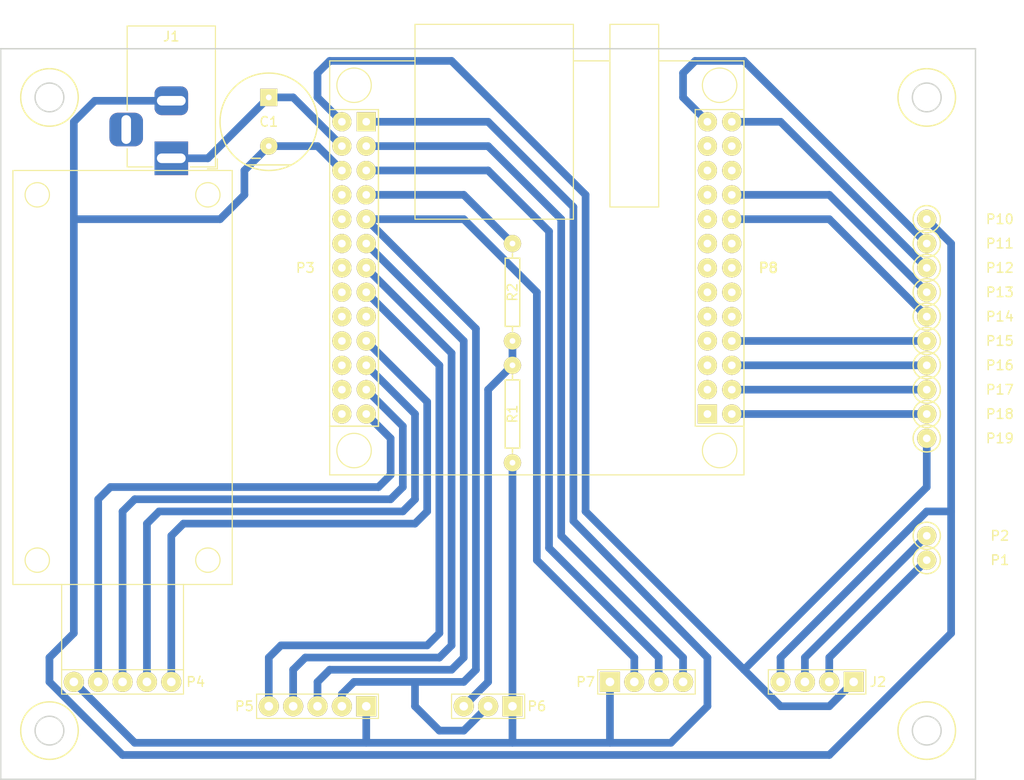
<source format=kicad_pcb>
(kicad_pcb (version 20171130) (host pcbnew 5.1.7+dfsg1-1~bpo10+1)

  (general
    (thickness 1.6)
    (drawings 2)
    (tracks 141)
    (zones 0)
    (modules 28)
    (nets 27)
  )

  (page A4)
  (layers
    (0 F.Cu signal)
    (31 B.Cu signal)
    (32 B.Adhes user)
    (33 F.Adhes user)
    (34 B.Paste user)
    (35 F.Paste user)
    (36 B.SilkS user)
    (37 F.SilkS user)
    (38 B.Mask user)
    (39 F.Mask user)
    (40 Dwgs.User user)
    (41 Cmts.User user)
    (42 Eco1.User user)
    (43 Eco2.User user)
    (44 Edge.Cuts user)
    (45 Margin user)
    (46 B.CrtYd user)
    (47 F.CrtYd user)
    (48 B.Fab user)
    (49 F.Fab user)
  )

  (setup
    (last_trace_width 0.8)
    (user_trace_width 0.8)
    (trace_clearance 0.2)
    (zone_clearance 0.508)
    (zone_45_only no)
    (trace_min 0.2)
    (via_size 0.8)
    (via_drill 0.4)
    (via_min_size 0.4)
    (via_min_drill 0.3)
    (uvia_size 0.3)
    (uvia_drill 0.1)
    (uvias_allowed no)
    (uvia_min_size 0.2)
    (uvia_min_drill 0.1)
    (edge_width 0.05)
    (segment_width 0.2)
    (pcb_text_width 0.3)
    (pcb_text_size 1.5 1.5)
    (mod_edge_width 0.12)
    (mod_text_size 1 1)
    (mod_text_width 0.15)
    (pad_size 1.524 1.524)
    (pad_drill 0.762)
    (pad_to_mask_clearance 0.05)
    (aux_axis_origin 0 0)
    (visible_elements FFFFFF7F)
    (pcbplotparams
      (layerselection 0x010fc_ffffffff)
      (usegerberextensions false)
      (usegerberattributes true)
      (usegerberadvancedattributes true)
      (creategerberjobfile true)
      (excludeedgelayer true)
      (linewidth 0.100000)
      (plotframeref false)
      (viasonmask false)
      (mode 1)
      (useauxorigin false)
      (hpglpennumber 1)
      (hpglpenspeed 20)
      (hpglpendiameter 15.000000)
      (psnegative false)
      (psa4output false)
      (plotreference true)
      (plotvalue true)
      (plotinvisibletext false)
      (padsonsilk false)
      (subtractmaskfromsilk false)
      (outputformat 1)
      (mirror false)
      (drillshape 1)
      (scaleselection 1)
      (outputdirectory ""))
  )

  (net 0 "")
  (net 1 "Net-(P3-Pad3)")
  (net 2 "Net-(J2-Pad3)")
  (net 3 "Net-(J2-Pad2)")
  (net 4 "Net-(P3-Pad7)")
  (net 5 "Net-(P3-Pad19)")
  (net 6 "Net-(P3-Pad11)")
  (net 7 "Net-(P3-Pad21)")
  (net 8 "Net-(P3-Pad23)")
  (net 9 "Net-(P3-Pad5)")
  (net 10 "Net-(P3-Pad13)")
  (net 11 "Net-(P3-Pad15)")
  (net 12 "Net-(P3-Pad25)")
  (net 13 "Net-(P6-Pad3)")
  (net 14 "Net-(P14-Pad1)")
  (net 15 "Net-(P13-Pad1)")
  (net 16 "Net-(P16-Pad1)")
  (net 17 "Net-(P15-Pad1)")
  (net 18 "Net-(P18-Pad1)")
  (net 19 "Net-(P17-Pad1)")
  (net 20 "Net-(P11-Pad1)")
  (net 21 "Net-(P12-Pad1)")
  (net 22 "Net-(P3-Pad9)")
  (net 23 "Net-(C1-Pad1)")
  (net 24 "Net-(C1-Pad2)")
  (net 25 "Net-(P3-Pad1)")
  (net 26 "Net-(J2-Pad1)")

  (net_class Default "This is the default net class."
    (clearance 0.2)
    (trace_width 0.25)
    (via_dia 0.8)
    (via_drill 0.4)
    (uvia_dia 0.3)
    (uvia_drill 0.1)
    (add_net "Net-(C1-Pad1)")
    (add_net "Net-(C1-Pad2)")
    (add_net "Net-(J2-Pad1)")
    (add_net "Net-(J2-Pad2)")
    (add_net "Net-(J2-Pad3)")
    (add_net "Net-(P11-Pad1)")
    (add_net "Net-(P12-Pad1)")
    (add_net "Net-(P13-Pad1)")
    (add_net "Net-(P14-Pad1)")
    (add_net "Net-(P15-Pad1)")
    (add_net "Net-(P16-Pad1)")
    (add_net "Net-(P17-Pad1)")
    (add_net "Net-(P18-Pad1)")
    (add_net "Net-(P3-Pad1)")
    (add_net "Net-(P3-Pad11)")
    (add_net "Net-(P3-Pad13)")
    (add_net "Net-(P3-Pad15)")
    (add_net "Net-(P3-Pad19)")
    (add_net "Net-(P3-Pad21)")
    (add_net "Net-(P3-Pad23)")
    (add_net "Net-(P3-Pad25)")
    (add_net "Net-(P3-Pad3)")
    (add_net "Net-(P3-Pad5)")
    (add_net "Net-(P3-Pad7)")
    (add_net "Net-(P3-Pad9)")
    (add_net "Net-(P6-Pad3)")
  )

  (module kicad:PLATINE_100x75 (layer F.Cu) (tedit 5C4B7545) (tstamp 5F72EF06)
    (at 96.52 121.92)
    (fp_text reference GR** (at -45.72 -33.02) (layer F.SilkS) hide
      (effects (font (size 1 1) (thickness 0.15)))
    )
    (fp_text value PLATINE_100x75 (at -43.18 -35.56) (layer F.Fab) hide
      (effects (font (size 1 1) (thickness 0.15)))
    )
    (fp_line (start 50.8 38.1) (end -50.8 38.1) (layer Edge.Cuts) (width 0.15))
    (fp_line (start -50.8 38.1) (end -50.8 -38.1) (layer Edge.Cuts) (width 0.15))
    (fp_line (start 50.8 -38.1) (end 50.8 38.1) (layer Edge.Cuts) (width 0.15))
    (fp_line (start -50.8 -38.1) (end 50.8 -38.1) (layer Edge.Cuts) (width 0.15))
  )

  (module kicad:ENTRETOISE (layer F.Cu) (tedit 5F5F89AC) (tstamp 5F7069BD)
    (at 50.8 88.9)
    (fp_text reference REF** (at 0 -3.81) (layer F.SilkS) hide
      (effects (font (size 1 1) (thickness 0.15)))
    )
    (fp_text value ENTRETOISE (at 0 3.81) (layer F.Fab) hide
      (effects (font (size 1 1) (thickness 0.15)))
    )
    (fp_circle (center 0 0) (end 3 0) (layer F.SilkS) (width 0.15))
    (fp_circle (center 0 0) (end 1.5 0) (layer Edge.Cuts) (width 0.15))
  )

  (module kicad:ENTRETOISE (layer F.Cu) (tedit 5F5F89AC) (tstamp 5F7061B5)
    (at 142.24 88.9)
    (fp_text reference REF** (at 0 -3.81) (layer F.SilkS) hide
      (effects (font (size 1 1) (thickness 0.15)))
    )
    (fp_text value ENTRETOISE (at 0 3.81) (layer F.Fab) hide
      (effects (font (size 1 1) (thickness 0.15)))
    )
    (fp_circle (center 0 0) (end 3 0) (layer F.SilkS) (width 0.15))
    (fp_circle (center 0 0) (end 1.5 0) (layer Edge.Cuts) (width 0.15))
  )

  (module kicad:ENTRETOISE (layer F.Cu) (tedit 5F5F89AC) (tstamp 5F7061B5)
    (at 142.24 154.94)
    (fp_text reference REF** (at 0 -3.81) (layer F.SilkS) hide
      (effects (font (size 1 1) (thickness 0.15)))
    )
    (fp_text value ENTRETOISE (at 0 3.81) (layer F.Fab) hide
      (effects (font (size 1 1) (thickness 0.15)))
    )
    (fp_circle (center 0 0) (end 3 0) (layer F.SilkS) (width 0.15))
    (fp_circle (center 0 0) (end 1.5 0) (layer Edge.Cuts) (width 0.15))
  )

  (module kicad:ENTRETOISE (layer F.Cu) (tedit 5F5F89AC) (tstamp 5F70619E)
    (at 50.8 154.94)
    (fp_text reference REF** (at 0 -3.81) (layer F.SilkS) hide
      (effects (font (size 1 1) (thickness 0.15)))
    )
    (fp_text value ENTRETOISE (at 0 3.81) (layer F.Fab) hide
      (effects (font (size 1 1) (thickness 0.15)))
    )
    (fp_circle (center 0 0) (end 3 0) (layer F.SilkS) (width 0.15))
    (fp_circle (center 0 0) (end 1.5 0) (layer Edge.Cuts) (width 0.15))
  )

  (module kicad:ROCKPI_S (layer F.Cu) (tedit 5F705979) (tstamp 5F71ED44)
    (at 101.6 106.68)
    (path /5F55F082)
    (fp_text reference P3 (at -24.13 0) (layer F.SilkS)
      (effects (font (size 1 1) (thickness 0.15)))
    )
    (fp_text value ROCKPI_S (at 11.43 20.32) (layer F.Fab)
      (effects (font (size 1 1) (thickness 0.15)))
    )
    (fp_line (start 21.59 -21.59) (end 21.59 21.59) (layer F.SilkS) (width 0.12))
    (fp_line (start 12.7 -21.59) (end 21.59 -21.59) (layer F.SilkS) (width 0.12))
    (fp_line (start 7.62 -21.59) (end 3.81 -21.59) (layer F.SilkS) (width 0.12))
    (fp_line (start -21.59 -21.59) (end -12.7 -21.59) (layer F.SilkS) (width 0.12))
    (fp_line (start 3.81 -5.08) (end -12.7 -5.08) (layer F.SilkS) (width 0.12))
    (fp_line (start -12.7 -25.4) (end 3.81 -25.4) (layer F.SilkS) (width 0.12))
    (fp_line (start 3.81 -25.4) (end 3.81 -5.08) (layer F.SilkS) (width 0.12))
    (fp_line (start 7.62 -25.4) (end 12.7 -25.4) (layer F.SilkS) (width 0.12))
    (fp_line (start 7.62 -6.35) (end 7.62 -25.4) (layer F.SilkS) (width 0.12))
    (fp_line (start 12.7 -6.35) (end 7.62 -6.35) (layer F.SilkS) (width 0.12))
    (fp_line (start 12.7 -25.4) (end 12.7 -6.35) (layer F.SilkS) (width 0.12))
    (fp_circle (center 19.05 19.05) (end 17.78 20.32) (layer F.SilkS) (width 0.12))
    (fp_circle (center 19.05 -19.05) (end 20.32 -17.78) (layer F.SilkS) (width 0.12))
    (fp_circle (center -19.05 -19.05) (end -17.78 -17.78) (layer F.SilkS) (width 0.12))
    (fp_circle (center -19.05 19.05) (end -17.78 20.32) (layer F.SilkS) (width 0.12))
    (fp_line (start -21.59 16.51) (end -21.59 21.59) (layer F.SilkS) (width 0.12))
    (fp_line (start -21.59 -21.59) (end -21.59 -16.51) (layer F.SilkS) (width 0.12))
    (fp_line (start -21.59 21.59) (end 21.59 21.59) (layer F.SilkS) (width 0.12))
    (fp_line (start -12.7 -5.08) (end -12.7 -25.4) (layer F.SilkS) (width 0.12))
    (fp_line (start -16.51 -16.51) (end -16.51 16.51) (layer F.SilkS) (width 0.15))
    (fp_line (start -16.51 16.51) (end -21.59 16.51) (layer F.SilkS) (width 0.15))
    (fp_line (start -16.51 -16.51) (end -21.59 -16.51) (layer F.SilkS) (width 0.12))
    (fp_line (start -21.59 -16.51) (end -21.59 16.51) (layer F.SilkS) (width 0.12))
    (pad 10 thru_hole circle (at -20.32 -5.08 270) (size 2 2) (drill 0.8) (layers *.Cu *.Mask F.SilkS))
    (pad 5 thru_hole circle (at -17.78 -10.16 270) (size 2 2) (drill 0.8) (layers *.Cu *.Mask F.SilkS)
      (net 9 "Net-(P3-Pad5)"))
    (pad 25 thru_hole circle (at -17.78 15.24 270) (size 1.99898 1.99898) (drill 0.8001) (layers *.Cu *.Mask F.SilkS)
      (net 12 "Net-(P3-Pad25)"))
    (pad 20 thru_hole circle (at -20.32 7.62 270) (size 1.99898 1.99898) (drill 0.8001) (layers *.Cu *.Mask F.SilkS))
    (pad 23 thru_hole circle (at -17.78 12.7 270) (size 1.99898 1.99898) (drill 0.8001) (layers *.Cu *.Mask F.SilkS)
      (net 8 "Net-(P3-Pad23)"))
    (pad 8 thru_hole circle (at -20.32 -7.62 270) (size 2 2) (drill 0.8) (layers *.Cu *.Mask F.SilkS))
    (pad 14 thru_hole circle (at -20.32 0 270) (size 1.99898 1.99898) (drill 0.8001) (layers *.Cu *.Mask F.SilkS))
    (pad 26 thru_hole circle (at -20.32 15.24 270) (size 1.99898 1.99898) (drill 0.8001) (layers *.Cu *.Mask F.SilkS))
    (pad 22 thru_hole circle (at -20.32 10.16 270) (size 1.99898 1.99898) (drill 0.8001) (layers *.Cu *.Mask F.SilkS))
    (pad 21 thru_hole circle (at -17.78 10.16 270) (size 1.99898 1.99898) (drill 0.8001) (layers *.Cu *.Mask F.SilkS)
      (net 7 "Net-(P3-Pad21)"))
    (pad 15 thru_hole circle (at -17.78 2.54 270) (size 1.99898 1.99898) (drill 0.8001) (layers *.Cu *.Mask F.SilkS)
      (net 11 "Net-(P3-Pad15)"))
    (pad 11 thru_hole circle (at -17.78 -2.54 270) (size 1.99898 1.99898) (drill 0.8001) (layers *.Cu *.Mask F.SilkS)
      (net 6 "Net-(P3-Pad11)"))
    (pad 9 thru_hole circle (at -17.78 -5.08 270) (size 2 2) (drill 0.8) (layers *.Cu *.Mask F.SilkS)
      (net 22 "Net-(P3-Pad9)"))
    (pad 1 thru_hole rect (at -17.78 -15.24 270) (size 2 2) (drill 0.8) (layers *.Cu *.Mask F.SilkS)
      (net 25 "Net-(P3-Pad1)"))
    (pad 12 thru_hole circle (at -20.32 -2.54 270) (size 1.99898 1.99898) (drill 0.8001) (layers *.Cu *.Mask F.SilkS))
    (pad 13 thru_hole circle (at -17.78 0 270) (size 1.99898 1.99898) (drill 0.8001) (layers *.Cu *.Mask F.SilkS)
      (net 10 "Net-(P3-Pad13)"))
    (pad 16 thru_hole circle (at -20.32 2.54 270) (size 1.99898 1.99898) (drill 0.8001) (layers *.Cu *.Mask F.SilkS))
    (pad 3 thru_hole circle (at -17.78 -12.7 270) (size 2 2) (drill 0.8) (layers *.Cu *.Mask F.SilkS)
      (net 1 "Net-(P3-Pad3)"))
    (pad 4 thru_hole circle (at -20.32 -12.7 270) (size 2 2) (drill 0.8) (layers *.Cu *.Mask F.SilkS)
      (net 23 "Net-(C1-Pad1)"))
    (pad 2 thru_hole circle (at -20.32 -15.24 270) (size 2 2) (drill 0.8) (layers *.Cu *.Mask F.SilkS)
      (net 26 "Net-(J2-Pad1)"))
    (pad 6 thru_hole circle (at -20.32 -10.16 270) (size 2 2) (drill 0.8) (layers *.Cu *.Mask F.SilkS)
      (net 24 "Net-(C1-Pad2)"))
    (pad 19 thru_hole circle (at -17.78 7.62 270) (size 1.99898 1.99898) (drill 0.8001) (layers *.Cu *.Mask F.SilkS)
      (net 5 "Net-(P3-Pad19)"))
    (pad 24 thru_hole circle (at -20.32 12.7 270) (size 1.99898 1.99898) (drill 0.8001) (layers *.Cu *.Mask F.SilkS))
    (pad 17 thru_hole circle (at -17.78 5.08) (size 1.99898 1.99898) (drill 0.8001) (layers *.Cu *.Mask F.SilkS))
    (pad 7 thru_hole circle (at -17.78 -7.62 270) (size 2 2) (drill 0.8) (layers *.Cu *.Mask F.SilkS)
      (net 4 "Net-(P3-Pad7)"))
    (pad 18 thru_hole circle (at -20.32 5.08 270) (size 1.99898 1.99898) (drill 0.8001) (layers *.Cu *.Mask F.SilkS))
  )

  (module kicad:BarrelJack_Horizontal (layer F.Cu) (tedit 5F6E462E) (tstamp 5F73330B)
    (at 63.5 95.25 270)
    (descr "DC Barrel Jack")
    (tags "Power Jack")
    (path /5F6BA4FC)
    (fp_text reference J1 (at -12.7 0 180) (layer F.SilkS)
      (effects (font (size 1 1) (thickness 0.15)))
    )
    (fp_text value Conn_01x02 (at -6.2 -5.5 90) (layer F.Fab) hide
      (effects (font (size 1 1) (thickness 0.15)))
    )
    (fp_line (start -0.003213 -4.505425) (end 0.8 -3.75) (layer F.Fab) (width 0.1))
    (fp_line (start 1.1 -3.75) (end 1.1 -4.8) (layer F.SilkS) (width 0.12))
    (fp_line (start 0.05 -4.8) (end 1.1 -4.8) (layer F.SilkS) (width 0.12))
    (fp_line (start 1 -4.5) (end 1 -4.75) (layer F.CrtYd) (width 0.05))
    (fp_line (start 1 -4.75) (end -14 -4.75) (layer F.CrtYd) (width 0.05))
    (fp_line (start 1 -4.5) (end 1 -2) (layer F.CrtYd) (width 0.05))
    (fp_line (start 1 -2) (end 2 -2) (layer F.CrtYd) (width 0.05))
    (fp_line (start 2 -2) (end 2 2) (layer F.CrtYd) (width 0.05))
    (fp_line (start 2 2) (end 1 2) (layer F.CrtYd) (width 0.05))
    (fp_line (start 1 2) (end 1 4.75) (layer F.CrtYd) (width 0.05))
    (fp_line (start 1 4.75) (end -1 4.75) (layer F.CrtYd) (width 0.05))
    (fp_line (start -1 4.75) (end -1 6.75) (layer F.CrtYd) (width 0.05))
    (fp_line (start -1 6.75) (end -5 6.75) (layer F.CrtYd) (width 0.05))
    (fp_line (start -5 6.75) (end -5 4.75) (layer F.CrtYd) (width 0.05))
    (fp_line (start -5 4.75) (end -14 4.75) (layer F.CrtYd) (width 0.05))
    (fp_line (start -14 4.75) (end -14 -4.75) (layer F.CrtYd) (width 0.05))
    (fp_line (start -5 4.6) (end -13.8 4.6) (layer F.SilkS) (width 0.12))
    (fp_line (start -13.8 4.6) (end -13.8 -4.6) (layer F.SilkS) (width 0.12))
    (fp_line (start 0.9 1.9) (end 0.9 4.6) (layer F.SilkS) (width 0.12))
    (fp_line (start 0.9 4.6) (end -1 4.6) (layer F.SilkS) (width 0.12))
    (fp_line (start -13.8 -4.6) (end 0.9 -4.6) (layer F.SilkS) (width 0.12))
    (fp_line (start 0.9 -4.6) (end 0.9 -2) (layer F.SilkS) (width 0.12))
    (fp_line (start -10.2 -4.5) (end -10.2 4.5) (layer F.Fab) (width 0.1))
    (fp_line (start -13.7 -4.5) (end -13.7 4.5) (layer F.Fab) (width 0.1))
    (fp_line (start -13.7 4.5) (end 0.8 4.5) (layer F.Fab) (width 0.1))
    (fp_line (start 0.8 4.5) (end 0.8 -3.75) (layer F.Fab) (width 0.1))
    (fp_line (start 0 -4.5) (end -13.7 -4.5) (layer F.Fab) (width 0.1))
    (fp_text user %R (at -3 -2.95 90) (layer F.Fab) hide
      (effects (font (size 1 1) (thickness 0.15)))
    )
    (pad 3 thru_hole roundrect (at -3 4.7 270) (size 3.5 3.5) (drill oval 3 1) (layers *.Cu *.Mask) (roundrect_rratio 0.25))
    (pad 2 thru_hole roundrect (at -6 0 270) (size 3 3.5) (drill oval 1 3) (layers *.Cu *.Mask) (roundrect_rratio 0.25)
      (net 24 "Net-(C1-Pad2)"))
    (pad 1 thru_hole rect (at 0 0 270) (size 3.5 3.5) (drill oval 1 3) (layers *.Cu *.Mask)
      (net 23 "Net-(C1-Pad1)"))
    (model ${KISYS3DMOD}/Connector_BarrelJack.3dshapes/BarrelJack_Horizontal.wrl
      (at (xyz 0 0 0))
      (scale (xyz 1 1 1))
      (rotate (xyz 0 0 0))
    )
  )

  (module kicad:R4 (layer F.Cu) (tedit 5C4E0F96) (tstamp 5F70BAD1)
    (at 99.06 121.92 270)
    (descr "Resitance 4 pas")
    (tags R)
    (path /5F56B871)
    (autoplace_cost180 10)
    (fp_text reference R1 (at 0 0 90) (layer F.SilkS)
      (effects (font (size 1 1) (thickness 0.15)))
    )
    (fp_text value R (at -3.048 0 90) (layer F.SilkS) hide
      (effects (font (size 1 1) (thickness 0.15)))
    )
    (fp_line (start 3.556 -0.762) (end 3.556 0.762) (layer F.SilkS) (width 0.15))
    (fp_line (start -3.556 -0.762) (end -3.556 0.762) (layer F.SilkS) (width 0.15))
    (fp_line (start -3.556 0) (end -4.064 0) (layer F.SilkS) (width 0.15))
    (fp_line (start 3.556 0) (end 4.064 0) (layer F.SilkS) (width 0.15))
    (fp_line (start -3.556 0.762) (end 3.556 0.762) (layer F.SilkS) (width 0.15))
    (fp_line (start -3.556 -0.762) (end 3.556 -0.762) (layer F.SilkS) (width 0.15))
    (pad 1 thru_hole circle (at -5.08 0 270) (size 1.80086 1.80086) (drill 0.59944) (layers *.Cu *.Mask F.SilkS)
      (net 13 "Net-(P6-Pad3)"))
    (pad 2 thru_hole circle (at 5.08 0 270) (size 1.80086 1.80086) (drill 0.59944) (layers *.Cu *.Mask F.SilkS)
      (net 25 "Net-(P3-Pad1)"))
    (model discret/resistor.wrl
      (at (xyz 0 0 0))
      (scale (xyz 0.4 0.4 0.4))
      (rotate (xyz 0 0 0))
    )
  )

  (module kicad:R4 (layer F.Cu) (tedit 5C4E0F96) (tstamp 5F6CB8F3)
    (at 99.06 109.22 270)
    (descr "Resitance 4 pas")
    (tags R)
    (path /5F570E47)
    (autoplace_cost180 10)
    (fp_text reference R2 (at 0 0 90) (layer F.SilkS)
      (effects (font (size 1 1) (thickness 0.15)))
    )
    (fp_text value R (at -3.048 0 90) (layer F.SilkS) hide
      (effects (font (size 1 1) (thickness 0.15)))
    )
    (fp_line (start 3.556 -0.762) (end 3.556 0.762) (layer F.SilkS) (width 0.15))
    (fp_line (start -3.556 -0.762) (end -3.556 0.762) (layer F.SilkS) (width 0.15))
    (fp_line (start -3.556 0) (end -4.064 0) (layer F.SilkS) (width 0.15))
    (fp_line (start 3.556 0) (end 4.064 0) (layer F.SilkS) (width 0.15))
    (fp_line (start -3.556 0.762) (end 3.556 0.762) (layer F.SilkS) (width 0.15))
    (fp_line (start -3.556 -0.762) (end 3.556 -0.762) (layer F.SilkS) (width 0.15))
    (pad 1 thru_hole circle (at -5.08 0 270) (size 1.80086 1.80086) (drill 0.59944) (layers *.Cu *.Mask F.SilkS)
      (net 4 "Net-(P3-Pad7)"))
    (pad 2 thru_hole circle (at 5.08 0 270) (size 1.80086 1.80086) (drill 0.59944) (layers *.Cu *.Mask F.SilkS)
      (net 13 "Net-(P6-Pad3)"))
    (model discret/resistor.wrl
      (at (xyz 0 0 0))
      (scale (xyz 0.4 0.4 0.4))
      (rotate (xyz 0 0 0))
    )
  )

  (module kicad:PIN_ARRAY_4X1 (layer F.Cu) (tedit 5F6BAA09) (tstamp 5F71EDF5)
    (at 130.81 149.86 180)
    (descr "Connecteur 6 pins")
    (tags "CONN DEV")
    (path /5F6E7BA3)
    (fp_text reference J2 (at -6.35 0 180) (layer F.SilkS)
      (effects (font (size 1 1) (thickness 0.15)))
    )
    (fp_text value USB_2 (at 0 2.159) (layer F.SilkS) hide
      (effects (font (size 1 1) (thickness 0.15)))
    )
    (fp_line (start 5.08 1.27) (end -5.08 1.27) (layer F.SilkS) (width 0.12))
    (fp_line (start 5.08 -1.27) (end 5.08 1.27) (layer F.SilkS) (width 0.12))
    (fp_line (start -5.08 -1.27) (end 5.08 -1.27) (layer F.SilkS) (width 0.12))
    (fp_line (start -5.08 -1.27) (end -5.08 1.27) (layer F.SilkS) (width 0.12))
    (pad 4 thru_hole circle (at 3.81 0 180) (size 2.10058 2.10058) (drill 0.89916) (layers *.Cu *.Mask F.SilkS)
      (net 24 "Net-(C1-Pad2)"))
    (pad 3 thru_hole circle (at 1.27 0 180) (size 2.10058 2.10058) (drill 0.89916) (layers *.Cu *.Mask F.SilkS)
      (net 2 "Net-(J2-Pad3)"))
    (pad 2 thru_hole circle (at -1.27 0 180) (size 2.10058 2.10058) (drill 0.89916) (layers *.Cu *.Mask F.SilkS)
      (net 3 "Net-(J2-Pad2)"))
    (pad 1 thru_hole rect (at -3.81 0 180) (size 2.10058 2.10058) (drill 0.89916) (layers *.Cu *.Mask F.SilkS)
      (net 26 "Net-(J2-Pad1)"))
    (model pin_array/pins_array_6x1.wrl
      (at (xyz 0 0 0))
      (scale (xyz 1 1 1))
      (rotate (xyz 0 0 0))
    )
  )

  (module kicad:PIN_ARRAY_1X1 (layer F.Cu) (tedit 5C4E0FE2) (tstamp 5F6DF679)
    (at 142.24 137.16)
    (descr "module 1 pin (ou trou mecanique de percage)")
    (tags DEV)
    (path /5F6D00D0)
    (fp_text reference P1 (at 7.62 0) (layer F.SilkS)
      (effects (font (size 1 1) (thickness 0.15)))
    )
    (fp_text value CONN_1 (at 0 2.794) (layer F.SilkS) hide
      (effects (font (size 1.016 1.016) (thickness 0.254)))
    )
    (fp_circle (center 0 0) (end 1.27 0.635) (layer F.SilkS) (width 0.15))
    (pad 1 thru_hole circle (at 0 0) (size 2 2) (drill 0.8) (layers *.Cu *.Mask F.SilkS)
      (net 3 "Net-(J2-Pad2)"))
  )

  (module kicad:PIN_ARRAY_1X1 (layer F.Cu) (tedit 5C4E0FE2) (tstamp 5F71EB30)
    (at 142.24 134.62)
    (descr "module 1 pin (ou trou mecanique de percage)")
    (tags DEV)
    (path /5F6D0C8E)
    (fp_text reference P2 (at 7.62 0) (layer F.SilkS)
      (effects (font (size 1 1) (thickness 0.15)))
    )
    (fp_text value CONN_1 (at 0 2.794) (layer F.SilkS) hide
      (effects (font (size 1.016 1.016) (thickness 0.254)))
    )
    (fp_circle (center 0 0) (end 1.27 0.635) (layer F.SilkS) (width 0.15))
    (pad 1 thru_hole circle (at 0 0) (size 2 2) (drill 0.8) (layers *.Cu *.Mask F.SilkS)
      (net 2 "Net-(J2-Pad3)"))
  )

  (module kicad:PIN_ARRAY_5X1 (layer F.Cu) (tedit 5F6BA920) (tstamp 5F6DEF36)
    (at 78.74 152.4 180)
    (descr "Connecteur 6 pins")
    (tags "CONN DEV")
    (path /5F6E0DED)
    (fp_text reference P5 (at 7.62 0 180) (layer F.SilkS)
      (effects (font (size 1 1) (thickness 0.15)))
    )
    (fp_text value CONN_5 (at 0 2.159) (layer F.SilkS) hide
      (effects (font (size 1 1) (thickness 0.15)))
    )
    (fp_line (start 6.35 -1.27) (end -6.35 -1.27) (layer F.SilkS) (width 0.12))
    (fp_line (start -6.35 -1.27) (end -6.35 1.27) (layer F.SilkS) (width 0.12))
    (fp_line (start -6.35 1.27) (end 6.35 1.27) (layer F.SilkS) (width 0.12))
    (fp_line (start 6.35 1.27) (end 6.35 -1.27) (layer F.SilkS) (width 0.12))
    (pad 1 thru_hole rect (at -5.08 0 180) (size 2.10058 2.10058) (drill 0.89916) (layers *.Cu *.Mask F.SilkS)
      (net 25 "Net-(P3-Pad1)"))
    (pad 2 thru_hole circle (at -2.54 0 180) (size 2.10058 2.10058) (drill 0.89916) (layers *.Cu *.Mask F.SilkS)
      (net 22 "Net-(P3-Pad9)"))
    (pad 3 thru_hole circle (at 0 0 180) (size 2.10058 2.10058) (drill 0.89916) (layers *.Cu *.Mask F.SilkS)
      (net 6 "Net-(P3-Pad11)"))
    (pad 4 thru_hole circle (at 2.54 0 180) (size 2.10058 2.10058) (drill 0.89916) (layers *.Cu *.Mask F.SilkS)
      (net 10 "Net-(P3-Pad13)"))
    (pad 5 thru_hole circle (at 5.08 0 180) (size 2.10058 2.10058) (drill 0.89916) (layers *.Cu *.Mask F.SilkS)
      (net 11 "Net-(P3-Pad15)"))
    (model pin_array/pins_array_6x1.wrl
      (at (xyz 0 0 0))
      (scale (xyz 1 1 1))
      (rotate (xyz 0 0 0))
    )
  )

  (module kicad:PIN_ARRAY_3X1 (layer F.Cu) (tedit 5F6CB21D) (tstamp 5F7092BE)
    (at 96.52 152.4 180)
    (descr "Connecteur 6 pins")
    (tags "CONN DEV")
    (path /5F57348B)
    (fp_text reference P6 (at -5.08 0 180) (layer F.SilkS)
      (effects (font (size 1 1) (thickness 0.15)))
    )
    (fp_text value CONN_3 (at 0 2.159) (layer F.SilkS) hide
      (effects (font (size 1 1) (thickness 0.15)))
    )
    (fp_line (start -3.81 -1.27) (end 3.81 -1.27) (layer F.SilkS) (width 0.12))
    (fp_line (start 3.81 -1.27) (end 3.81 1.27) (layer F.SilkS) (width 0.12))
    (fp_line (start 3.81 1.27) (end -3.81 1.27) (layer F.SilkS) (width 0.12))
    (fp_line (start -3.81 1.27) (end -3.81 -1.27) (layer F.SilkS) (width 0.12))
    (pad 1 thru_hole rect (at -2.54 0 180) (size 2.10058 2.10058) (drill 0.89916) (layers *.Cu *.Mask F.SilkS)
      (net 25 "Net-(P3-Pad1)"))
    (pad 2 thru_hole circle (at 0 0 180) (size 2.10058 2.10058) (drill 0.89916) (layers *.Cu *.Mask F.SilkS)
      (net 22 "Net-(P3-Pad9)"))
    (pad 3 thru_hole circle (at 2.54 0 180) (size 2.10058 2.10058) (drill 0.89916) (layers *.Cu *.Mask F.SilkS)
      (net 13 "Net-(P6-Pad3)"))
    (model pin_array/pins_array_6x1.wrl
      (at (xyz 0 0 0))
      (scale (xyz 1 1 1))
      (rotate (xyz 0 0 0))
    )
  )

  (module kicad:PIN_ARRAY_4X1 (layer F.Cu) (tedit 5F6BAA09) (tstamp 5F6DF270)
    (at 113.03 149.86)
    (descr "Connecteur 6 pins")
    (tags "CONN DEV")
    (path /5F568E27)
    (fp_text reference P7 (at -6.35 0 180) (layer F.SilkS)
      (effects (font (size 1 1) (thickness 0.15)))
    )
    (fp_text value CONN_4X1 (at 0 2.159) (layer F.SilkS) hide
      (effects (font (size 1 1) (thickness 0.15)))
    )
    (fp_line (start -5.08 -1.27) (end -5.08 1.27) (layer F.SilkS) (width 0.12))
    (fp_line (start -5.08 -1.27) (end 5.08 -1.27) (layer F.SilkS) (width 0.12))
    (fp_line (start 5.08 -1.27) (end 5.08 1.27) (layer F.SilkS) (width 0.12))
    (fp_line (start 5.08 1.27) (end -5.08 1.27) (layer F.SilkS) (width 0.12))
    (pad 1 thru_hole rect (at -3.81 0) (size 2.10058 2.10058) (drill 0.89916) (layers *.Cu *.Mask F.SilkS)
      (net 25 "Net-(P3-Pad1)"))
    (pad 2 thru_hole circle (at -1.27 0) (size 2.10058 2.10058) (drill 0.89916) (layers *.Cu *.Mask F.SilkS)
      (net 22 "Net-(P3-Pad9)"))
    (pad 3 thru_hole circle (at 1.27 0) (size 2.10058 2.10058) (drill 0.89916) (layers *.Cu *.Mask F.SilkS)
      (net 9 "Net-(P3-Pad5)"))
    (pad 4 thru_hole circle (at 3.81 0) (size 2.10058 2.10058) (drill 0.89916) (layers *.Cu *.Mask F.SilkS)
      (net 1 "Net-(P3-Pad3)"))
    (model pin_array/pins_array_6x1.wrl
      (at (xyz 0 0 0))
      (scale (xyz 1 1 1))
      (rotate (xyz 0 0 0))
    )
  )

  (module kicad:PIN_ARRAY_13X2 (layer F.Cu) (tedit 5F7059EC) (tstamp 5F706069)
    (at 120.65 106.68 90)
    (descr "Connecteur 26 pins")
    (tags "CONN DEV")
    (path /5F7081F0)
    (fp_text reference P8 (at 0 5.08 180) (layer F.SilkS)
      (effects (font (size 1.016 1.016) (thickness 0.2032)))
    )
    (fp_text value ROCKPI_S_H2 (at 0 3.81 90) (layer F.SilkS) hide
      (effects (font (size 1.016 0.889) (thickness 0.2032)))
    )
    (fp_line (start -16.51 -2.54) (end 16.51 -2.54) (layer F.SilkS) (width 0.12))
    (fp_line (start 16.51 -2.54) (end 16.51 2.54) (layer F.SilkS) (width 0.12))
    (fp_line (start 16.51 2.54) (end -16.51 2.54) (layer F.SilkS) (width 0.12))
    (fp_line (start -16.51 2.54) (end -16.51 -2.54) (layer F.SilkS) (width 0.12))
    (pad 1 thru_hole rect (at -15.24 -1.27 90) (size 2 2) (drill 0.8) (layers *.Cu *.Mask F.SilkS))
    (pad 2 thru_hole circle (at -15.24 1.27 90) (size 2 2) (drill 0.8) (layers *.Cu *.Mask F.SilkS)
      (net 18 "Net-(P18-Pad1)"))
    (pad 3 thru_hole circle (at -12.7 -1.27 90) (size 2 2) (drill 0.8) (layers *.Cu *.Mask F.SilkS))
    (pad 4 thru_hole circle (at -12.7 1.27 90) (size 2 2) (drill 0.8) (layers *.Cu *.Mask F.SilkS)
      (net 19 "Net-(P17-Pad1)"))
    (pad 5 thru_hole circle (at -10.16 -1.27 90) (size 2 2) (drill 0.8) (layers *.Cu *.Mask F.SilkS))
    (pad 6 thru_hole circle (at -10.16 1.27 90) (size 2 2) (drill 0.8) (layers *.Cu *.Mask F.SilkS)
      (net 16 "Net-(P16-Pad1)"))
    (pad 7 thru_hole circle (at -7.62 -1.27 90) (size 2 2) (drill 0.8) (layers *.Cu *.Mask F.SilkS))
    (pad 8 thru_hole circle (at -7.62 1.27 90) (size 2 2) (drill 0.8) (layers *.Cu *.Mask F.SilkS)
      (net 17 "Net-(P15-Pad1)"))
    (pad 9 thru_hole circle (at -5.08 -1.27 90) (size 2 2) (drill 0.8) (layers *.Cu *.Mask F.SilkS))
    (pad 10 thru_hole circle (at -5.08 1.27 90) (size 2 2) (drill 0.8) (layers *.Cu *.Mask F.SilkS))
    (pad 11 thru_hole circle (at -2.54 -1.27 90) (size 1.99898 1.99898) (drill 0.8001) (layers *.Cu *.Mask F.SilkS))
    (pad 12 thru_hole circle (at -2.54 1.27 90) (size 1.99898 1.99898) (drill 0.8001) (layers *.Cu *.Mask F.SilkS))
    (pad 13 thru_hole circle (at 0 -1.27 90) (size 1.99898 1.99898) (drill 0.8001) (layers *.Cu *.Mask F.SilkS))
    (pad 14 thru_hole circle (at 0 1.27 90) (size 1.99898 1.99898) (drill 0.8001) (layers *.Cu *.Mask F.SilkS))
    (pad 15 thru_hole circle (at 2.54 -1.27 90) (size 1.99898 1.99898) (drill 0.8001) (layers *.Cu *.Mask F.SilkS))
    (pad 16 thru_hole circle (at 2.54 1.27 90) (size 1.99898 1.99898) (drill 0.8001) (layers *.Cu *.Mask F.SilkS))
    (pad 17 thru_hole circle (at 5.08 -1.27 90) (size 1.99898 1.99898) (drill 0.8001) (layers *.Cu *.Mask F.SilkS))
    (pad 18 thru_hole circle (at 5.08 1.27 90) (size 1.99898 1.99898) (drill 0.8001) (layers *.Cu *.Mask F.SilkS)
      (net 14 "Net-(P14-Pad1)"))
    (pad 19 thru_hole circle (at 7.62 -1.27 90) (size 1.99898 1.99898) (drill 0.8001) (layers *.Cu *.Mask F.SilkS))
    (pad 20 thru_hole circle (at 7.62 1.27 90) (size 1.99898 1.99898) (drill 0.8001) (layers *.Cu *.Mask F.SilkS)
      (net 15 "Net-(P13-Pad1)"))
    (pad 21 thru_hole circle (at 10.16 -1.27 90) (size 1.99898 1.99898) (drill 0.8001) (layers *.Cu *.Mask F.SilkS))
    (pad 22 thru_hole circle (at 10.16 1.27 90) (size 1.99898 1.99898) (drill 0.8001) (layers *.Cu *.Mask F.SilkS))
    (pad 23 thru_hole circle (at 12.7 -1.27 90) (size 1.99898 1.99898) (drill 0.8001) (layers *.Cu *.Mask F.SilkS))
    (pad 24 thru_hole circle (at 12.7 1.27 90) (size 1.99898 1.99898) (drill 0.8001) (layers *.Cu *.Mask F.SilkS))
    (pad 25 thru_hole circle (at 15.24 -1.27 90) (size 1.99898 1.99898) (drill 0.8001) (layers *.Cu *.Mask F.SilkS)
      (net 20 "Net-(P11-Pad1)"))
    (pad 26 thru_hole circle (at 15.24 1.27 90) (size 1.99898 1.99898) (drill 0.8001) (layers *.Cu *.Mask F.SilkS)
      (net 21 "Net-(P12-Pad1)"))
    (model pin_array/pins_array_6x1.wrl
      (at (xyz 0 0 0))
      (scale (xyz 1 1 1))
      (rotate (xyz 0 0 0))
    )
  )

  (module kicad:PIN_ARRAY_1X1 (layer F.Cu) (tedit 5C4E0FE2) (tstamp 5F70606F)
    (at 142.24 124.46 90)
    (descr "module 1 pin (ou trou mecanique de percage)")
    (tags DEV)
    (path /5F71A2E4)
    (fp_text reference P19 (at 0 7.62 180) (layer F.SilkS)
      (effects (font (size 1 1) (thickness 0.15)))
    )
    (fp_text value CONN_1 (at 0 2.794 90) (layer F.SilkS) hide
      (effects (font (size 1.016 1.016) (thickness 0.254)))
    )
    (fp_circle (center 0 0) (end 1.27 0.635) (layer F.SilkS) (width 0.15))
    (pad 1 thru_hole circle (at 0 0 90) (size 2 2) (drill 0.8) (layers *.Cu *.Mask F.SilkS)
      (net 26 "Net-(J2-Pad1)"))
  )

  (module kicad:PIN_ARRAY_1X1 (layer F.Cu) (tedit 5C4E0FE2) (tstamp 5F706075)
    (at 142.24 101.6 90)
    (descr "module 1 pin (ou trou mecanique de percage)")
    (tags DEV)
    (path /5F71A710)
    (fp_text reference P10 (at 0 7.62 180) (layer F.SilkS)
      (effects (font (size 1 1) (thickness 0.15)))
    )
    (fp_text value CONN_1 (at 0 2.794 90) (layer F.SilkS) hide
      (effects (font (size 1.016 1.016) (thickness 0.254)))
    )
    (fp_circle (center 0 0) (end 1.27 0.635) (layer F.SilkS) (width 0.15))
    (pad 1 thru_hole circle (at 0 0 90) (size 2 2) (drill 0.8) (layers *.Cu *.Mask F.SilkS)
      (net 24 "Net-(C1-Pad2)"))
  )

  (module kicad:PIN_ARRAY_1X1 (layer F.Cu) (tedit 5C4E0FE2) (tstamp 5F72D619)
    (at 142.24 104.14 90)
    (descr "module 1 pin (ou trou mecanique de percage)")
    (tags DEV)
    (path /5F74C632)
    (fp_text reference P11 (at 0 7.62 180) (layer F.SilkS)
      (effects (font (size 1 1) (thickness 0.15)))
    )
    (fp_text value CONN_1 (at 0 2.794 90) (layer F.SilkS) hide
      (effects (font (size 1.016 1.016) (thickness 0.254)))
    )
    (fp_circle (center 0 0) (end 1.27 0.635) (layer F.SilkS) (width 0.15))
    (pad 1 thru_hole circle (at 0 0 90) (size 2 2) (drill 0.8) (layers *.Cu *.Mask F.SilkS)
      (net 20 "Net-(P11-Pad1)"))
  )

  (module kicad:PIN_ARRAY_1X1 (layer F.Cu) (tedit 5C4E0FE2) (tstamp 5F70F14F)
    (at 142.24 106.68)
    (descr "module 1 pin (ou trou mecanique de percage)")
    (tags DEV)
    (path /5F79FA14)
    (fp_text reference P12 (at 7.62 0) (layer F.SilkS)
      (effects (font (size 1 1) (thickness 0.15)))
    )
    (fp_text value CONN_1 (at 0 2.794) (layer F.SilkS) hide
      (effects (font (size 1.016 1.016) (thickness 0.254)))
    )
    (fp_circle (center 0 0) (end 1.27 0.635) (layer F.SilkS) (width 0.15))
    (pad 1 thru_hole circle (at 0 0) (size 2 2) (drill 0.8) (layers *.Cu *.Mask F.SilkS)
      (net 21 "Net-(P12-Pad1)"))
  )

  (module kicad:PIN_ARRAY_1X1 (layer F.Cu) (tedit 5C4E0FE2) (tstamp 5F70F11F)
    (at 142.24 109.22)
    (descr "module 1 pin (ou trou mecanique de percage)")
    (tags DEV)
    (path /5F7A4AE6)
    (fp_text reference P13 (at 7.62 0) (layer F.SilkS)
      (effects (font (size 1 1) (thickness 0.15)))
    )
    (fp_text value CONN_1 (at 0 2.794) (layer F.SilkS) hide
      (effects (font (size 1.016 1.016) (thickness 0.254)))
    )
    (fp_circle (center 0 0) (end 1.27 0.635) (layer F.SilkS) (width 0.15))
    (pad 1 thru_hole circle (at 0 0) (size 2 2) (drill 0.8) (layers *.Cu *.Mask F.SilkS)
      (net 15 "Net-(P13-Pad1)"))
  )

  (module kicad:PIN_ARRAY_1X1 (layer F.Cu) (tedit 5C4E0FE2) (tstamp 5F70F12E)
    (at 142.24 111.76)
    (descr "module 1 pin (ou trou mecanique de percage)")
    (tags DEV)
    (path /5F7A4E9C)
    (fp_text reference P14 (at 7.62 0) (layer F.SilkS)
      (effects (font (size 1 1) (thickness 0.15)))
    )
    (fp_text value CONN_1 (at 0 2.794) (layer F.SilkS) hide
      (effects (font (size 1.016 1.016) (thickness 0.254)))
    )
    (fp_circle (center 0 0) (end 1.27 0.635) (layer F.SilkS) (width 0.15))
    (pad 1 thru_hole circle (at 0 0) (size 2 2) (drill 0.8) (layers *.Cu *.Mask F.SilkS)
      (net 14 "Net-(P14-Pad1)"))
  )

  (module kicad:PIN_ARRAY_1X1 (layer F.Cu) (tedit 5C4E0FE2) (tstamp 5F7189B4)
    (at 142.24 114.3)
    (descr "module 1 pin (ou trou mecanique de percage)")
    (tags DEV)
    (path /5F71FE8E)
    (fp_text reference P15 (at 7.62 0) (layer F.SilkS)
      (effects (font (size 1 1) (thickness 0.15)))
    )
    (fp_text value CONN_1 (at 0 2.794) (layer F.SilkS) hide
      (effects (font (size 1.016 1.016) (thickness 0.254)))
    )
    (fp_circle (center 0 0) (end 1.27 0.635) (layer F.SilkS) (width 0.15))
    (pad 1 thru_hole circle (at 0 0) (size 2 2) (drill 0.8) (layers *.Cu *.Mask F.SilkS)
      (net 17 "Net-(P15-Pad1)"))
  )

  (module kicad:PIN_ARRAY_1X1 (layer F.Cu) (tedit 5C4E0FE2) (tstamp 5F7189BA)
    (at 142.24 116.84)
    (descr "module 1 pin (ou trou mecanique de percage)")
    (tags DEV)
    (path /5F7201F2)
    (fp_text reference P16 (at 7.62 0) (layer F.SilkS)
      (effects (font (size 1 1) (thickness 0.15)))
    )
    (fp_text value CONN_1 (at 0 2.794) (layer F.SilkS) hide
      (effects (font (size 1.016 1.016) (thickness 0.254)))
    )
    (fp_circle (center 0 0) (end 1.27 0.635) (layer F.SilkS) (width 0.15))
    (pad 1 thru_hole circle (at 0 0) (size 2 2) (drill 0.8) (layers *.Cu *.Mask F.SilkS)
      (net 16 "Net-(P16-Pad1)"))
  )

  (module kicad:PIN_ARRAY_1X1 (layer F.Cu) (tedit 5C4E0FE2) (tstamp 5F718C7F)
    (at 142.24 119.38)
    (descr "module 1 pin (ou trou mecanique de percage)")
    (tags DEV)
    (path /5F7247DE)
    (fp_text reference P17 (at 7.62 0) (layer F.SilkS)
      (effects (font (size 1 1) (thickness 0.15)))
    )
    (fp_text value CONN_1 (at 0 2.794) (layer F.SilkS) hide
      (effects (font (size 1.016 1.016) (thickness 0.254)))
    )
    (fp_circle (center 0 0) (end 1.27 0.635) (layer F.SilkS) (width 0.15))
    (pad 1 thru_hole circle (at 0 0) (size 2 2) (drill 0.8) (layers *.Cu *.Mask F.SilkS)
      (net 19 "Net-(P17-Pad1)"))
  )

  (module kicad:PIN_ARRAY_1X1 (layer F.Cu) (tedit 5C4E0FE2) (tstamp 5F718C70)
    (at 142.24 121.92)
    (descr "module 1 pin (ou trou mecanique de percage)")
    (tags DEV)
    (path /5F724ADE)
    (fp_text reference P18 (at 7.62 0) (layer F.SilkS)
      (effects (font (size 1 1) (thickness 0.15)))
    )
    (fp_text value CONN_1 (at 0 2.794) (layer F.SilkS) hide
      (effects (font (size 1.016 1.016) (thickness 0.254)))
    )
    (fp_circle (center 0 0) (end 1.27 0.635) (layer F.SilkS) (width 0.15))
    (pad 1 thru_hole circle (at 0 0) (size 2 2) (drill 0.8) (layers *.Cu *.Mask F.SilkS)
      (net 18 "Net-(P18-Pad1)"))
  )

  (module kicad:CP2 (layer F.Cu) (tedit 5C4E1805) (tstamp 5F72DD38)
    (at 73.66 91.44 180)
    (descr "Capacitor, pol, cyl 5x11mm")
    (path /5F796268)
    (fp_text reference C1 (at 0 0) (layer F.SilkS)
      (effects (font (size 1 1) (thickness 0.15)))
    )
    (fp_text value CP1 (at 0 5.08) (layer F.SilkS) hide
      (effects (font (size 1 1) (thickness 0.15)))
    )
    (fp_circle (center 0 0) (end -5.08 0) (layer F.SilkS) (width 0.15))
    (fp_line (start -2.3 -4.5) (end 2.3 -4.5) (layer F.SilkS) (width 0.15))
    (fp_line (start 0.889 -3.81) (end 1.778 -3.81) (layer F.SilkS) (width 0.15))
    (pad 1 thru_hole rect (at 0 2.54 180) (size 1.80086 1.80086) (drill 0.59944) (layers *.Cu *.Mask F.SilkS)
      (net 23 "Net-(C1-Pad1)"))
    (pad 2 thru_hole circle (at 0 -2.54 180) (size 1.80086 1.80086) (drill 0.59944) (layers *.Cu *.Mask F.SilkS)
      (net 24 "Net-(C1-Pad2)"))
    (model discret/capacitor/cp_5x11mm.wrl
      (at (xyz 0 0 0))
      (scale (xyz 1 1 1))
      (rotate (xyz 0 0 0))
    )
  )

  (module kicad:VMA301 (layer F.Cu) (tedit 5F8C9B94) (tstamp 5F8C9E2F)
    (at 58.42 149.86)
    (descr "Connecteur 6 pins")
    (tags "CONN DEV")
    (path /5F5B6663)
    (fp_text reference P4 (at 7.62 0 180) (layer F.SilkS)
      (effects (font (size 1 1) (thickness 0.15)))
    )
    (fp_text value CONN_5 (at 0 2.159) (layer F.SilkS) hide
      (effects (font (size 1 1) (thickness 0.15)))
    )
    (fp_line (start 6.35 -1.27) (end 6.35 -10.16) (layer F.SilkS) (width 0.12))
    (fp_line (start -6.35 -1.27) (end -6.35 -10.16) (layer F.SilkS) (width 0.12))
    (fp_line (start -11.43 -10.16) (end -11.43 -53.34) (layer F.SilkS) (width 0.12))
    (fp_line (start 11.43 -10.16) (end -11.43 -10.16) (layer F.SilkS) (width 0.12))
    (fp_line (start 11.43 -53.34) (end 11.43 -10.16) (layer F.SilkS) (width 0.12))
    (fp_line (start -11.43 -53.34) (end 11.43 -53.34) (layer F.SilkS) (width 0.12))
    (fp_circle (center -8.89 -12.7) (end -8.89 -11.43) (layer F.SilkS) (width 0.12))
    (fp_circle (center 8.89 -12.7) (end 8.89 -11.43) (layer F.SilkS) (width 0.12))
    (fp_circle (center 8.89 -50.8) (end 8.89 -49.53) (layer F.SilkS) (width 0.12))
    (fp_circle (center -8.89 -50.8) (end -8.89 -49.53) (layer F.SilkS) (width 0.12))
    (fp_line (start 6.35 1.27) (end 6.35 -1.27) (layer F.SilkS) (width 0.12))
    (fp_line (start -6.35 1.27) (end 6.35 1.27) (layer F.SilkS) (width 0.12))
    (fp_line (start -6.35 -1.27) (end -6.35 1.27) (layer F.SilkS) (width 0.12))
    (fp_line (start 6.35 -1.27) (end -6.35 -1.27) (layer F.SilkS) (width 0.12))
    (pad 1 thru_hole circle (at -5.08 0) (size 2.10058 2.10058) (drill 0.89916) (layers *.Cu *.Mask F.SilkS)
      (net 25 "Net-(P3-Pad1)"))
    (pad 2 thru_hole circle (at -2.54 0) (size 2.10058 2.10058) (drill 0.89916) (layers *.Cu *.Mask F.SilkS)
      (net 12 "Net-(P3-Pad25)"))
    (pad 3 thru_hole circle (at 0 0) (size 2.10058 2.10058) (drill 0.89916) (layers *.Cu *.Mask F.SilkS)
      (net 8 "Net-(P3-Pad23)"))
    (pad 4 thru_hole circle (at 2.54 0) (size 2.10058 2.10058) (drill 0.89916) (layers *.Cu *.Mask F.SilkS)
      (net 7 "Net-(P3-Pad21)"))
    (pad 5 thru_hole circle (at 5.08 0) (size 2.10058 2.10058) (drill 0.89916) (layers *.Cu *.Mask F.SilkS)
      (net 5 "Net-(P3-Pad19)"))
    (model pin_array/pins_array_6x1.wrl
      (at (xyz 0 0 0))
      (scale (xyz 1 1 1))
      (rotate (xyz 0 0 0))
    )
  )

  (gr_line (start 152.4 137.16) (end 152.4 137.16) (layer Edge.Cuts) (width 0.000001))
  (gr_line (start 58.42 78.74) (end 58.42 78.74) (layer Edge.Cuts) (width 0.000001))

  (segment (start 104.14 101.6) (end 104.14 134.62) (width 0.8) (layer B.Cu) (net 1))
  (segment (start 83.82 93.98) (end 96.52 93.98) (width 0.8) (layer B.Cu) (net 1) (status 10))
  (segment (start 116.84 147.32) (end 116.84 149.86) (width 0.8) (layer B.Cu) (net 1) (status 20))
  (segment (start 104.14 134.62) (end 116.84 147.32) (width 0.8) (layer B.Cu) (net 1))
  (segment (start 96.52 93.98) (end 104.14 101.6) (width 0.8) (layer B.Cu) (net 1))
  (segment (start 129.54 147.32) (end 142.24 134.62) (width 0.8) (layer B.Cu) (net 2) (status 20))
  (segment (start 129.54 149.86) (end 129.54 147.32) (width 0.8) (layer B.Cu) (net 2) (status 10))
  (segment (start 132.08 147.32) (end 142.24 137.16) (width 0.8) (layer B.Cu) (net 3) (status 20))
  (segment (start 132.08 149.86) (end 132.08 147.32) (width 0.8) (layer B.Cu) (net 3) (status 10))
  (segment (start 93.98 99.06) (end 99.06 104.14) (width 0.8) (layer B.Cu) (net 4) (status 20))
  (segment (start 83.82 99.06) (end 93.98 99.06) (width 0.8) (layer B.Cu) (net 4) (status 10))
  (segment (start 88.9 133.35) (end 64.77 133.35) (width 0.8) (layer B.Cu) (net 5))
  (segment (start 90.17 132.08) (end 88.9 133.35) (width 0.8) (layer B.Cu) (net 5))
  (segment (start 83.82 114.3) (end 90.17 120.65) (width 0.8) (layer B.Cu) (net 5) (status 10))
  (segment (start 64.77 133.35) (end 63.5 134.62) (width 0.8) (layer B.Cu) (net 5))
  (segment (start 90.17 120.65) (end 90.17 132.08) (width 0.8) (layer B.Cu) (net 5))
  (segment (start 63.5 134.62) (end 63.5 149.86) (width 0.8) (layer B.Cu) (net 5))
  (segment (start 80.01 148.59) (end 78.74 149.86) (width 0.8) (layer B.Cu) (net 6))
  (segment (start 92.71 148.59) (end 80.01 148.59) (width 0.8) (layer B.Cu) (net 6))
  (segment (start 93.98 147.32) (end 92.71 148.59) (width 0.8) (layer B.Cu) (net 6))
  (segment (start 83.82 104.14) (end 93.98 114.3) (width 0.8) (layer B.Cu) (net 6) (status 10))
  (segment (start 78.74 149.86) (end 78.74 152.4) (width 0.8) (layer B.Cu) (net 6) (status 20))
  (segment (start 93.98 114.3) (end 93.98 147.32) (width 0.8) (layer B.Cu) (net 6))
  (segment (start 62.23 132.08) (end 60.96 133.35) (width 0.8) (layer B.Cu) (net 7))
  (segment (start 87.63 132.08) (end 62.23 132.08) (width 0.8) (layer B.Cu) (net 7))
  (segment (start 83.82 116.84) (end 88.9 121.92) (width 0.8) (layer B.Cu) (net 7) (status 10))
  (segment (start 88.9 130.81) (end 87.63 132.08) (width 0.8) (layer B.Cu) (net 7))
  (segment (start 88.9 121.92) (end 88.9 130.81) (width 0.8) (layer B.Cu) (net 7))
  (segment (start 60.96 133.35) (end 60.96 149.86) (width 0.8) (layer B.Cu) (net 7))
  (segment (start 59.69 130.81) (end 58.42 132.08) (width 0.8) (layer B.Cu) (net 8))
  (segment (start 86.36 130.81) (end 59.69 130.81) (width 0.8) (layer B.Cu) (net 8))
  (segment (start 83.82 119.38) (end 87.63 123.19) (width 0.8) (layer B.Cu) (net 8) (status 10))
  (segment (start 58.42 132.08) (end 58.42 149.86) (width 0.8) (layer B.Cu) (net 8) (status 20))
  (segment (start 87.63 129.54) (end 86.36 130.81) (width 0.8) (layer B.Cu) (net 8))
  (segment (start 87.63 123.19) (end 87.63 129.54) (width 0.8) (layer B.Cu) (net 8))
  (segment (start 102.87 102.87) (end 96.52 96.52) (width 0.8) (layer B.Cu) (net 9))
  (segment (start 102.87 135.89) (end 102.87 102.87) (width 0.8) (layer B.Cu) (net 9))
  (segment (start 96.52 96.52) (end 83.82 96.52) (width 0.8) (layer B.Cu) (net 9) (status 20))
  (segment (start 114.3 149.86) (end 114.3 147.32) (width 0.8) (layer B.Cu) (net 9) (status 10))
  (segment (start 114.3 147.32) (end 102.87 135.89) (width 0.8) (layer B.Cu) (net 9))
  (segment (start 76.2 148.59) (end 76.2 152.4) (width 0.8) (layer B.Cu) (net 10) (status 20))
  (segment (start 77.47 147.32) (end 76.2 148.59) (width 0.8) (layer B.Cu) (net 10))
  (segment (start 91.44 147.32) (end 77.47 147.32) (width 0.8) (layer B.Cu) (net 10))
  (segment (start 92.71 146.05) (end 91.44 147.32) (width 0.8) (layer B.Cu) (net 10))
  (segment (start 83.82 106.68) (end 92.71 115.57) (width 0.8) (layer B.Cu) (net 10) (status 10))
  (segment (start 92.71 115.57) (end 92.71 146.05) (width 0.8) (layer B.Cu) (net 10))
  (segment (start 73.66 147.32) (end 73.66 152.4) (width 0.8) (layer B.Cu) (net 11) (status 20))
  (segment (start 74.93 146.05) (end 73.66 147.32) (width 0.8) (layer B.Cu) (net 11))
  (segment (start 90.17 146.05) (end 74.93 146.05) (width 0.8) (layer B.Cu) (net 11))
  (segment (start 91.44 144.78) (end 90.17 146.05) (width 0.8) (layer B.Cu) (net 11))
  (segment (start 83.82 109.22) (end 91.44 116.84) (width 0.8) (layer B.Cu) (net 11) (status 10))
  (segment (start 91.44 116.84) (end 91.44 144.78) (width 0.8) (layer B.Cu) (net 11))
  (segment (start 86.36 128.27) (end 85.09 129.54) (width 0.8) (layer B.Cu) (net 12))
  (segment (start 57.15 129.54) (end 55.88 130.81) (width 0.8) (layer B.Cu) (net 12))
  (segment (start 83.82 121.92) (end 86.36 124.46) (width 0.8) (layer B.Cu) (net 12) (status 10))
  (segment (start 85.09 129.54) (end 57.15 129.54) (width 0.8) (layer B.Cu) (net 12))
  (segment (start 86.36 124.46) (end 86.36 128.27) (width 0.8) (layer B.Cu) (net 12))
  (segment (start 55.88 130.81) (end 55.88 149.86) (width 0.8) (layer B.Cu) (net 12))
  (segment (start 99.06 114.3) (end 99.06 116.84) (width 0.8) (layer B.Cu) (net 13) (status 30))
  (segment (start 96.52 149.86) (end 93.98 152.4) (width 0.8) (layer B.Cu) (net 13) (status 20))
  (segment (start 99.06 116.84) (end 96.52 119.38) (width 0.8) (layer B.Cu) (net 13) (status 10))
  (segment (start 96.52 119.38) (end 96.52 149.86) (width 0.8) (layer B.Cu) (net 13))
  (segment (start 121.92 101.6) (end 132.08 101.6) (width 0.8) (layer B.Cu) (net 14) (status 10))
  (segment (start 132.08 101.6) (end 142.24 111.76) (width 0.8) (layer B.Cu) (net 14) (status 20))
  (segment (start 132.08 99.06) (end 142.24 109.22) (width 0.8) (layer B.Cu) (net 15) (status 20))
  (segment (start 121.92 99.06) (end 132.08 99.06) (width 0.8) (layer B.Cu) (net 15) (status 10))
  (segment (start 121.92 116.84) (end 142.24 116.84) (width 0.8) (layer B.Cu) (net 16) (status 30))
  (segment (start 121.92 114.3) (end 142.24 114.3) (width 0.8) (layer B.Cu) (net 17) (status 30))
  (segment (start 121.92 121.92) (end 142.24 121.92) (width 0.8) (layer B.Cu) (net 18) (status 30))
  (segment (start 121.92 119.38) (end 142.24 119.38) (width 0.8) (layer B.Cu) (net 19) (status 30))
  (segment (start 123.19 85.09) (end 142.24 104.14) (width 0.8) (layer B.Cu) (net 20) (status 20))
  (segment (start 118.11 85.09) (end 123.19 85.09) (width 0.8) (layer B.Cu) (net 20))
  (segment (start 116.84 86.36) (end 118.11 85.09) (width 0.8) (layer B.Cu) (net 20))
  (segment (start 119.38 91.44) (end 116.84 88.9) (width 0.8) (layer B.Cu) (net 20) (status 10))
  (segment (start 116.84 88.9) (end 116.84 86.36) (width 0.8) (layer B.Cu) (net 20))
  (segment (start 121.92 91.44) (end 127 91.44) (width 0.8) (layer B.Cu) (net 21) (status 10))
  (segment (start 127 91.44) (end 142.24 106.68) (width 0.8) (layer B.Cu) (net 21) (status 20))
  (segment (start 111.76 147.32) (end 111.76 149.86) (width 0.8) (layer B.Cu) (net 22) (status 20))
  (segment (start 101.6 137.16) (end 111.76 147.32) (width 0.8) (layer B.Cu) (net 22))
  (segment (start 101.6 109.22) (end 101.6 137.16) (width 0.8) (layer B.Cu) (net 22))
  (segment (start 83.82 101.6) (end 93.98 101.6) (width 0.8) (layer B.Cu) (net 22) (status 10))
  (segment (start 93.98 101.6) (end 101.6 109.22) (width 0.8) (layer B.Cu) (net 22))
  (segment (start 88.9 152.4) (end 88.9 149.86) (width 0.8) (layer B.Cu) (net 22))
  (segment (start 91.44 154.94) (end 88.9 152.4) (width 0.8) (layer B.Cu) (net 22))
  (segment (start 96.52 152.4) (end 93.98 154.94) (width 0.8) (layer B.Cu) (net 22) (status 10))
  (segment (start 93.98 154.94) (end 91.44 154.94) (width 0.8) (layer B.Cu) (net 22))
  (segment (start 81.28 151.13) (end 82.55 149.86) (width 0.8) (layer B.Cu) (net 22))
  (segment (start 81.28 152.4) (end 81.28 151.13) (width 0.8) (layer B.Cu) (net 22) (status 10))
  (segment (start 82.55 149.86) (end 88.9 149.86) (width 0.8) (layer B.Cu) (net 22))
  (segment (start 95.25 113.03) (end 83.82 101.6) (width 0.8) (layer B.Cu) (net 22) (status 20))
  (segment (start 95.25 148.59) (end 95.25 113.03) (width 0.8) (layer B.Cu) (net 22))
  (segment (start 88.9 149.86) (end 93.98 149.86) (width 0.8) (layer B.Cu) (net 22))
  (segment (start 93.98 149.86) (end 95.25 148.59) (width 0.8) (layer B.Cu) (net 22))
  (segment (start 76.2 88.9) (end 73.66 88.9) (width 0.8) (layer B.Cu) (net 23) (status 20))
  (segment (start 81.28 93.98) (end 76.2 88.9) (width 0.8) (layer B.Cu) (net 23) (status 10))
  (segment (start 67.31 95.25) (end 73.66 88.9) (width 0.8) (layer B.Cu) (net 23) (status 20))
  (segment (start 63.5 95.25) (end 67.31 95.25) (width 0.8) (layer B.Cu) (net 23) (status 10))
  (segment (start 78.74 93.98) (end 81.28 96.52) (width 0.8) (layer B.Cu) (net 24) (status 20))
  (segment (start 73.66 93.98) (end 78.74 93.98) (width 0.8) (layer B.Cu) (net 24) (status 10))
  (segment (start 142.24 132.08) (end 144.78 132.08) (width 0.8) (layer B.Cu) (net 24))
  (segment (start 127 149.86) (end 127 147.32) (width 0.8) (layer B.Cu) (net 24) (status 10))
  (segment (start 127 147.32) (end 142.24 132.08) (width 0.8) (layer B.Cu) (net 24))
  (segment (start 144.78 104.14) (end 142.24 101.6) (width 0.8) (layer B.Cu) (net 24) (status 20))
  (segment (start 144.78 144.78) (end 144.78 104.14) (width 0.8) (layer B.Cu) (net 24))
  (segment (start 132.08 157.48) (end 144.78 144.78) (width 0.8) (layer B.Cu) (net 24))
  (segment (start 50.8 147.32) (end 50.8 149.86) (width 0.8) (layer B.Cu) (net 24))
  (segment (start 55.53 89.25) (end 53.34 91.44) (width 0.8) (layer B.Cu) (net 24))
  (segment (start 53.34 91.44) (end 53.34 144.78) (width 0.8) (layer B.Cu) (net 24))
  (segment (start 58.42 157.48) (end 132.08 157.48) (width 0.8) (layer B.Cu) (net 24))
  (segment (start 53.34 144.78) (end 50.8 147.32) (width 0.8) (layer B.Cu) (net 24))
  (segment (start 63.5 89.25) (end 55.53 89.25) (width 0.8) (layer B.Cu) (net 24) (status 10))
  (segment (start 50.8 149.86) (end 58.42 157.48) (width 0.8) (layer B.Cu) (net 24))
  (segment (start 53.34 101.6) (end 68.58 101.6) (width 0.8) (layer B.Cu) (net 24))
  (segment (start 73.66 93.98) (end 71.12 96.52) (width 0.8) (layer B.Cu) (net 24))
  (segment (start 71.12 96.52) (end 71.12 99.06) (width 0.8) (layer B.Cu) (net 24))
  (segment (start 71.12 99.06) (end 68.58 101.6) (width 0.8) (layer B.Cu) (net 24))
  (segment (start 96.52 91.44) (end 83.82 91.44) (width 0.8) (layer B.Cu) (net 25) (status 20))
  (segment (start 105.41 100.33) (end 96.52 91.44) (width 0.8) (layer B.Cu) (net 25))
  (segment (start 109.22 156.21) (end 115.57 156.21) (width 0.8) (layer B.Cu) (net 25))
  (segment (start 109.22 149.86) (end 109.22 156.21) (width 0.8) (layer B.Cu) (net 25) (status 10))
  (segment (start 115.57 156.21) (end 119.38 152.4) (width 0.8) (layer B.Cu) (net 25))
  (segment (start 119.38 152.4) (end 119.38 147.32) (width 0.8) (layer B.Cu) (net 25))
  (segment (start 119.38 147.32) (end 105.41 133.08001) (width 0.8) (layer B.Cu) (net 25))
  (segment (start 105.41 133.08001) (end 105.41 100.33) (width 0.8) (layer B.Cu) (net 25))
  (segment (start 99.06 127) (end 99.06 152.4) (width 0.8) (layer B.Cu) (net 25) (status 30))
  (segment (start 99.06 156.21) (end 59.69 156.21) (width 0.8) (layer B.Cu) (net 25))
  (segment (start 99.06 156.21) (end 99.06 152.4) (width 0.8) (layer B.Cu) (net 25) (status 20))
  (segment (start 109.22 156.21) (end 99.06 156.21) (width 0.8) (layer B.Cu) (net 25))
  (segment (start 83.82 152.4) (end 83.82 156.21) (width 0.8) (layer B.Cu) (net 25) (status 10))
  (segment (start 59.69 156.21) (end 53.34 149.86) (width 0.8) (layer B.Cu) (net 25))
  (segment (start 132.08 152.4) (end 127 152.4) (width 0.8) (layer B.Cu) (net 26))
  (segment (start 92.71 85.09) (end 80.01 85.09) (width 0.8) (layer B.Cu) (net 26))
  (segment (start 106.68 99.06) (end 92.71 85.09) (width 0.8) (layer B.Cu) (net 26))
  (segment (start 127 152.4) (end 106.68 132.08) (width 0.8) (layer B.Cu) (net 26))
  (segment (start 106.68 132.08) (end 106.68 99.06) (width 0.8) (layer B.Cu) (net 26))
  (segment (start 142.24 129.54) (end 123.19 148.59) (width 0.8) (layer B.Cu) (net 26))
  (segment (start 78.74 86.36) (end 80.01 85.09) (width 0.8) (layer B.Cu) (net 26))
  (segment (start 81.28 91.44) (end 78.74 88.9) (width 0.8) (layer B.Cu) (net 26) (status 10))
  (segment (start 78.74 88.9) (end 78.74 86.36) (width 0.8) (layer B.Cu) (net 26))
  (segment (start 142.24 129.54) (end 142.24 124.46) (width 0.8) (layer B.Cu) (net 26) (status 20))
  (segment (start 132.08 152.4) (end 134.62 149.86) (width 0.8) (layer B.Cu) (net 26) (status 20))

)

</source>
